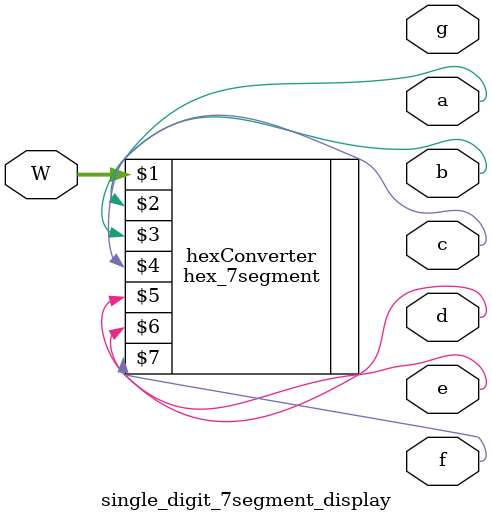
<source format=sv>
`timescale 1ns / 1ps


module single_digit_7segment_display(input logic [3:0]W,  
                                    output logic a, b, c, d, e, f, g);
    hex_7segment hexConverter(W, a, b, c, d, e, f);
endmodule

</source>
